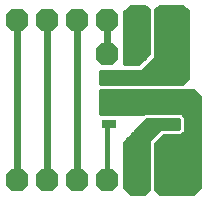
<source format=gtl>
G75*
%MOIN*%
%OFA0B0*%
%FSLAX24Y24*%
%IPPOS*%
%LPD*%
%AMOC8*
5,1,8,0,0,1.08239X$1,22.5*
%
%ADD10R,0.0450X0.0300*%
%ADD11OC8,0.0760*%
%ADD12R,0.0512X0.0591*%
%ADD13C,0.0160*%
%ADD14C,0.0120*%
%ADD15C,0.0240*%
D10*
X004668Y003219D03*
X004668Y003719D03*
X004668Y004219D03*
X004668Y004719D03*
X006715Y004719D03*
X006715Y004219D03*
X006715Y003719D03*
X006715Y003219D03*
D11*
X001617Y001361D03*
X002617Y001361D03*
X003617Y001361D03*
X004617Y001361D03*
X005617Y001361D03*
X006617Y001361D03*
X004617Y005553D03*
X004617Y006676D03*
X005617Y006676D03*
X006617Y006676D03*
X003617Y006676D03*
X002617Y006676D03*
X001617Y006676D03*
D12*
X005748Y005766D03*
X006496Y005766D03*
X006496Y002296D03*
X005748Y002296D03*
D13*
X005975Y002241D02*
X005200Y002241D01*
X005200Y002399D02*
X005975Y002399D01*
X005975Y002558D02*
X005200Y002558D01*
X005200Y002591D02*
X005938Y003330D01*
X006971Y003330D01*
X006971Y003084D01*
X006381Y003084D01*
X005975Y002678D01*
X005975Y001054D01*
X005839Y000918D01*
X005397Y000918D01*
X005200Y001115D01*
X005200Y002591D01*
X005324Y002716D02*
X006013Y002716D01*
X006172Y002875D02*
X005483Y002875D01*
X005641Y003033D02*
X006330Y003033D01*
X006497Y002804D02*
X006255Y002562D01*
X006255Y001044D01*
X006381Y000918D01*
X007463Y000918D01*
X007660Y001115D01*
X007660Y004117D01*
X007463Y004314D01*
X004412Y004314D01*
X004412Y003576D01*
X005800Y003576D01*
X005882Y003610D01*
X007027Y003610D01*
X007130Y003567D01*
X007209Y003488D01*
X007251Y003385D01*
X007251Y003028D01*
X007209Y002925D01*
X007130Y002846D01*
X007027Y002804D01*
X006497Y002804D01*
X006409Y002716D02*
X007660Y002716D01*
X007660Y002558D02*
X006255Y002558D01*
X006255Y002399D02*
X007660Y002399D01*
X007660Y002241D02*
X006255Y002241D01*
X006255Y002082D02*
X007660Y002082D01*
X007660Y001924D02*
X006255Y001924D01*
X006255Y001765D02*
X007660Y001765D01*
X007660Y001607D02*
X006255Y001607D01*
X006255Y001448D02*
X007660Y001448D01*
X007660Y001290D02*
X006255Y001290D01*
X006255Y001131D02*
X007660Y001131D01*
X007518Y000973D02*
X006326Y000973D01*
X005975Y001131D02*
X005200Y001131D01*
X005200Y001290D02*
X005975Y001290D01*
X005975Y001448D02*
X005200Y001448D01*
X005200Y001607D02*
X005975Y001607D01*
X005975Y001765D02*
X005200Y001765D01*
X005200Y001924D02*
X005975Y001924D01*
X005975Y002082D02*
X005200Y002082D01*
X004617Y001361D02*
X004617Y003168D01*
X004668Y003219D01*
X004412Y003667D02*
X007660Y003667D01*
X007660Y003509D02*
X007188Y003509D01*
X007251Y003350D02*
X007660Y003350D01*
X007660Y003192D02*
X007251Y003192D01*
X007251Y003033D02*
X007660Y003033D01*
X007660Y002875D02*
X007158Y002875D01*
X006971Y003192D02*
X005800Y003192D01*
X004412Y003826D02*
X007660Y003826D01*
X007660Y003984D02*
X004412Y003984D01*
X004412Y004143D02*
X007635Y004143D01*
X007476Y004301D02*
X004412Y004301D01*
X004412Y004594D02*
X004412Y004954D01*
X005790Y004954D01*
X006258Y005421D01*
X006258Y006996D01*
X006381Y007119D01*
X007119Y007119D01*
X007267Y006971D01*
X007267Y004757D01*
X007104Y004594D01*
X004412Y004594D01*
X004412Y004618D02*
X007128Y004618D01*
X007267Y004777D02*
X004412Y004777D01*
X004412Y004935D02*
X007267Y004935D01*
X007267Y005094D02*
X005930Y005094D01*
X006089Y005252D02*
X007267Y005252D01*
X007267Y005411D02*
X006247Y005411D01*
X006258Y005569D02*
X007267Y005569D01*
X007267Y005728D02*
X006258Y005728D01*
X006258Y005886D02*
X007267Y005886D01*
X007267Y006045D02*
X006258Y006045D01*
X006258Y006203D02*
X007267Y006203D01*
X007267Y006362D02*
X006258Y006362D01*
X006258Y006520D02*
X007267Y006520D01*
X007267Y006679D02*
X006258Y006679D01*
X006258Y006837D02*
X007267Y006837D01*
X007242Y006996D02*
X006258Y006996D01*
X005894Y000973D02*
X005342Y000973D01*
D14*
X005200Y005214D02*
X005200Y006922D01*
X005397Y007119D01*
X005889Y007119D01*
X005998Y007010D01*
X005998Y005529D01*
X005683Y005214D01*
X005200Y005214D01*
X005200Y005276D02*
X005744Y005276D01*
X005863Y005394D02*
X005200Y005394D01*
X005200Y005513D02*
X005981Y005513D01*
X005998Y005631D02*
X005200Y005631D01*
X005200Y005750D02*
X005998Y005750D01*
X005998Y005868D02*
X005200Y005868D01*
X005200Y005987D02*
X005998Y005987D01*
X005998Y006105D02*
X005200Y006105D01*
X005200Y006224D02*
X005998Y006224D01*
X005998Y006342D02*
X005200Y006342D01*
X005200Y006461D02*
X005998Y006461D01*
X005998Y006579D02*
X005200Y006579D01*
X005200Y006698D02*
X005998Y006698D01*
X005998Y006816D02*
X005200Y006816D01*
X005212Y006935D02*
X005998Y006935D01*
X005955Y007053D02*
X005331Y007053D01*
D15*
X004617Y006676D02*
X004617Y005553D01*
X003617Y006676D02*
X003617Y001361D01*
X002617Y001361D02*
X002617Y006676D01*
X001617Y006676D02*
X001617Y001361D01*
M02*

</source>
